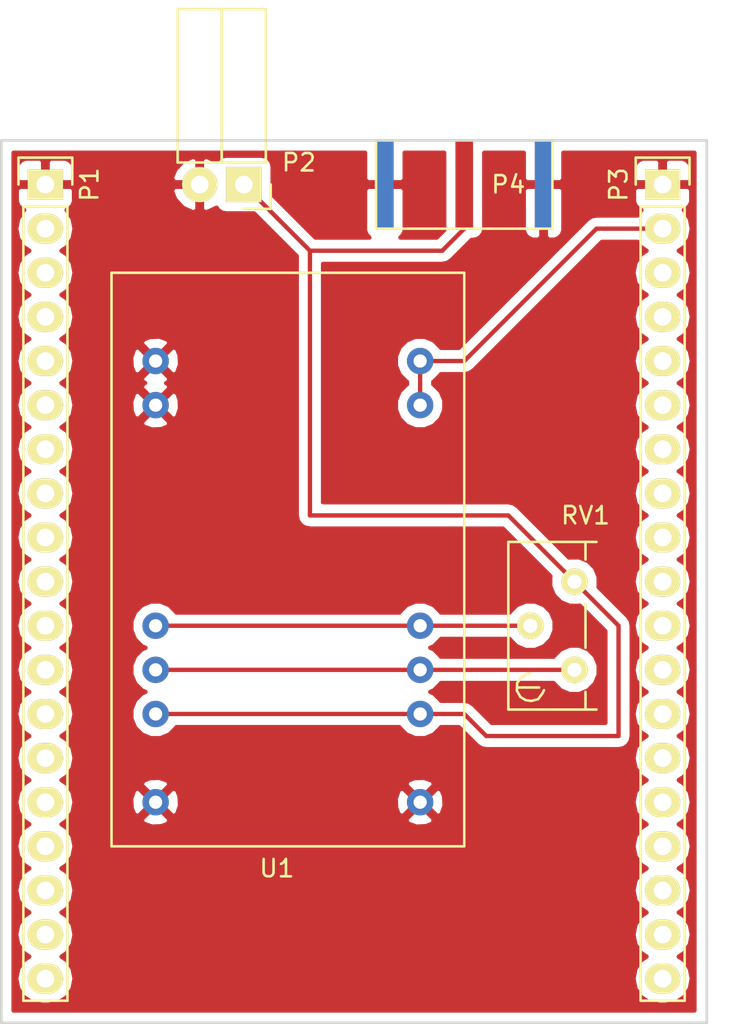
<source format=kicad_pcb>
(kicad_pcb (version 4) (host pcbnew 4.0.3+e1-6302~38~ubuntu16.04.1-stable)

  (general
    (links 20)
    (no_connects 2)
    (area 55.804999 37.434999 100.155 96.595001)
    (thickness 1.6)
    (drawings 5)
    (tracks 22)
    (zones 0)
    (modules 6)
    (nets 41)
  )

  (page A4)
  (layers
    (0 F.Cu signal)
    (31 B.Cu signal)
    (32 B.Adhes user)
    (33 F.Adhes user)
    (34 B.Paste user)
    (35 F.Paste user)
    (36 B.SilkS user)
    (37 F.SilkS user)
    (38 B.Mask user)
    (39 F.Mask user)
    (40 Dwgs.User user)
    (41 Cmts.User user)
    (42 Eco1.User user)
    (43 Eco2.User user)
    (44 Edge.Cuts user)
    (45 Margin user)
    (46 B.CrtYd user)
    (47 F.CrtYd user)
    (48 B.Fab user)
    (49 F.Fab user)
  )

  (setup
    (last_trace_width 0.25)
    (trace_clearance 0.2)
    (zone_clearance 0.508)
    (zone_45_only no)
    (trace_min 0.2)
    (segment_width 0.2)
    (edge_width 0.15)
    (via_size 0.6)
    (via_drill 0.4)
    (via_min_size 0.4)
    (via_min_drill 0.3)
    (uvia_size 0.3)
    (uvia_drill 0.1)
    (uvias_allowed no)
    (uvia_min_size 0.2)
    (uvia_min_drill 0.1)
    (pcb_text_width 0.3)
    (pcb_text_size 1.5 1.5)
    (mod_edge_width 0.15)
    (mod_text_size 1 1)
    (mod_text_width 0.15)
    (pad_size 1.524 1.524)
    (pad_drill 0.762)
    (pad_to_mask_clearance 0.2)
    (aux_axis_origin 0 0)
    (visible_elements 7FFFFFFF)
    (pcbplotparams
      (layerselection 0x00030_80000001)
      (usegerberextensions false)
      (excludeedgelayer true)
      (linewidth 0.100000)
      (plotframeref false)
      (viasonmask false)
      (mode 1)
      (useauxorigin false)
      (hpglpennumber 1)
      (hpglpenspeed 20)
      (hpglpendiameter 15)
      (hpglpenoverlay 2)
      (psnegative false)
      (psa4output false)
      (plotreference true)
      (plotvalue true)
      (plotinvisibletext false)
      (padsonsilk false)
      (subtractmaskfromsilk false)
      (outputformat 1)
      (mirror false)
      (drillshape 0)
      (scaleselection 1)
      (outputdirectory gerber/))
  )

  (net 0 "")
  (net 1 GND)
  (net 2 "Net-(P1-Pad2)")
  (net 3 "Net-(P1-Pad3)")
  (net 4 "Net-(P1-Pad4)")
  (net 5 "Net-(P1-Pad5)")
  (net 6 "Net-(P1-Pad6)")
  (net 7 "Net-(P1-Pad7)")
  (net 8 "Net-(P1-Pad8)")
  (net 9 "Net-(P1-Pad9)")
  (net 10 "Net-(P1-Pad10)")
  (net 11 "Net-(P1-Pad11)")
  (net 12 "Net-(P1-Pad12)")
  (net 13 "Net-(P1-Pad13)")
  (net 14 "Net-(P1-Pad14)")
  (net 15 "Net-(P1-Pad15)")
  (net 16 "Net-(P1-Pad16)")
  (net 17 "Net-(P1-Pad17)")
  (net 18 "Net-(P1-Pad18)")
  (net 19 "Net-(P1-Pad19)")
  (net 20 "Net-(P2-Pad1)")
  (net 21 "Net-(P3-Pad2)")
  (net 22 "Net-(P3-Pad3)")
  (net 23 "Net-(P3-Pad4)")
  (net 24 "Net-(P3-Pad5)")
  (net 25 "Net-(P3-Pad6)")
  (net 26 "Net-(P3-Pad7)")
  (net 27 "Net-(P3-Pad8)")
  (net 28 "Net-(P3-Pad9)")
  (net 29 "Net-(P3-Pad10)")
  (net 30 "Net-(P3-Pad11)")
  (net 31 "Net-(P3-Pad12)")
  (net 32 "Net-(P3-Pad13)")
  (net 33 "Net-(P3-Pad14)")
  (net 34 "Net-(P3-Pad15)")
  (net 35 "Net-(P3-Pad16)")
  (net 36 "Net-(P3-Pad17)")
  (net 37 "Net-(P3-Pad18)")
  (net 38 "Net-(P3-Pad19)")
  (net 39 "Net-(RV1-Pad2)")
  (net 40 "Net-(RV1-Pad1)")

  (net_class Default "This is the default net class."
    (clearance 0.2)
    (trace_width 0.25)
    (via_dia 0.6)
    (via_drill 0.4)
    (uvia_dia 0.3)
    (uvia_drill 0.1)
    (add_net GND)
    (add_net "Net-(P1-Pad10)")
    (add_net "Net-(P1-Pad11)")
    (add_net "Net-(P1-Pad12)")
    (add_net "Net-(P1-Pad13)")
    (add_net "Net-(P1-Pad14)")
    (add_net "Net-(P1-Pad15)")
    (add_net "Net-(P1-Pad16)")
    (add_net "Net-(P1-Pad17)")
    (add_net "Net-(P1-Pad18)")
    (add_net "Net-(P1-Pad19)")
    (add_net "Net-(P1-Pad2)")
    (add_net "Net-(P1-Pad3)")
    (add_net "Net-(P1-Pad4)")
    (add_net "Net-(P1-Pad5)")
    (add_net "Net-(P1-Pad6)")
    (add_net "Net-(P1-Pad7)")
    (add_net "Net-(P1-Pad8)")
    (add_net "Net-(P1-Pad9)")
    (add_net "Net-(P2-Pad1)")
    (add_net "Net-(P3-Pad10)")
    (add_net "Net-(P3-Pad11)")
    (add_net "Net-(P3-Pad12)")
    (add_net "Net-(P3-Pad13)")
    (add_net "Net-(P3-Pad14)")
    (add_net "Net-(P3-Pad15)")
    (add_net "Net-(P3-Pad16)")
    (add_net "Net-(P3-Pad17)")
    (add_net "Net-(P3-Pad18)")
    (add_net "Net-(P3-Pad19)")
    (add_net "Net-(P3-Pad2)")
    (add_net "Net-(P3-Pad3)")
    (add_net "Net-(P3-Pad4)")
    (add_net "Net-(P3-Pad5)")
    (add_net "Net-(P3-Pad6)")
    (add_net "Net-(P3-Pad7)")
    (add_net "Net-(P3-Pad8)")
    (add_net "Net-(P3-Pad9)")
    (add_net "Net-(RV1-Pad1)")
    (add_net "Net-(RV1-Pad2)")
  )

  (module Socket_Strips:Socket_Strip_Straight_1x19 placed (layer F.Cu) (tedit 57B5686F) (tstamp 57B2E5A6)
    (at 58.42 48.26 270)
    (descr "Through hole socket strip")
    (tags "socket strip")
    (path /57A84D1F)
    (fp_text reference P1 (at 0 -2.54 270) (layer F.SilkS)
      (effects (font (size 1 1) (thickness 0.15)))
    )
    (fp_text value CONN_01X19 (at 0 -3.1 270) (layer F.Fab)
      (effects (font (size 1 1) (thickness 0.15)))
    )
    (fp_line (start -1.75 -1.75) (end -1.75 1.75) (layer F.CrtYd) (width 0.05))
    (fp_line (start 47.5 -1.75) (end 47.5 1.75) (layer F.CrtYd) (width 0.05))
    (fp_line (start -1.75 -1.75) (end 47.5 -1.75) (layer F.CrtYd) (width 0.05))
    (fp_line (start -1.75 1.75) (end 47.5 1.75) (layer F.CrtYd) (width 0.05))
    (fp_line (start 1.27 1.27) (end 46.99 1.27) (layer F.SilkS) (width 0.15))
    (fp_line (start 46.99 1.27) (end 46.99 -1.27) (layer F.SilkS) (width 0.15))
    (fp_line (start 46.99 -1.27) (end 1.27 -1.27) (layer F.SilkS) (width 0.15))
    (fp_line (start -1.55 1.55) (end 0 1.55) (layer F.SilkS) (width 0.15))
    (fp_line (start 1.27 1.27) (end 1.27 -1.27) (layer F.SilkS) (width 0.15))
    (fp_line (start 0 -1.55) (end -1.55 -1.55) (layer F.SilkS) (width 0.15))
    (fp_line (start -1.55 -1.55) (end -1.55 1.55) (layer F.SilkS) (width 0.15))
    (pad 1 thru_hole rect (at 0 0 270) (size 1.7272 2.032) (drill 1.016) (layers *.Cu *.Mask F.SilkS)
      (net 1 GND))
    (pad 2 thru_hole oval (at 2.54 0 270) (size 1.7272 2.032) (drill 1.016) (layers *.Cu *.Mask F.SilkS)
      (net 2 "Net-(P1-Pad2)"))
    (pad 3 thru_hole oval (at 5.08 0 270) (size 1.7272 2.032) (drill 1.016) (layers *.Cu *.Mask F.SilkS)
      (net 3 "Net-(P1-Pad3)"))
    (pad 4 thru_hole oval (at 7.62 0 270) (size 1.7272 2.032) (drill 1.016) (layers *.Cu *.Mask F.SilkS)
      (net 4 "Net-(P1-Pad4)"))
    (pad 5 thru_hole oval (at 10.16 0 270) (size 1.7272 2.032) (drill 1.016) (layers *.Cu *.Mask F.SilkS)
      (net 5 "Net-(P1-Pad5)"))
    (pad 6 thru_hole oval (at 12.7 0 270) (size 1.7272 2.032) (drill 1.016) (layers *.Cu *.Mask F.SilkS)
      (net 6 "Net-(P1-Pad6)"))
    (pad 7 thru_hole oval (at 15.24 0 270) (size 1.7272 2.032) (drill 1.016) (layers *.Cu *.Mask F.SilkS)
      (net 7 "Net-(P1-Pad7)"))
    (pad 8 thru_hole oval (at 17.78 0 270) (size 1.7272 2.032) (drill 1.016) (layers *.Cu *.Mask F.SilkS)
      (net 8 "Net-(P1-Pad8)"))
    (pad 9 thru_hole oval (at 20.32 0 270) (size 1.7272 2.032) (drill 1.016) (layers *.Cu *.Mask F.SilkS)
      (net 9 "Net-(P1-Pad9)"))
    (pad 10 thru_hole oval (at 22.86 0 270) (size 1.7272 2.032) (drill 1.016) (layers *.Cu *.Mask F.SilkS)
      (net 10 "Net-(P1-Pad10)"))
    (pad 11 thru_hole oval (at 25.4 0 270) (size 1.7272 2.032) (drill 1.016) (layers *.Cu *.Mask F.SilkS)
      (net 11 "Net-(P1-Pad11)"))
    (pad 12 thru_hole oval (at 27.94 0 270) (size 1.7272 2.032) (drill 1.016) (layers *.Cu *.Mask F.SilkS)
      (net 12 "Net-(P1-Pad12)"))
    (pad 13 thru_hole oval (at 30.48 0 270) (size 1.7272 2.032) (drill 1.016) (layers *.Cu *.Mask F.SilkS)
      (net 13 "Net-(P1-Pad13)"))
    (pad 14 thru_hole oval (at 33.02 0 270) (size 1.7272 2.032) (drill 1.016) (layers *.Cu *.Mask F.SilkS)
      (net 14 "Net-(P1-Pad14)"))
    (pad 15 thru_hole oval (at 35.56 0 270) (size 1.7272 2.032) (drill 1.016) (layers *.Cu *.Mask F.SilkS)
      (net 15 "Net-(P1-Pad15)"))
    (pad 16 thru_hole oval (at 38.1 0 270) (size 1.7272 2.032) (drill 1.016) (layers *.Cu *.Mask F.SilkS)
      (net 16 "Net-(P1-Pad16)"))
    (pad 17 thru_hole oval (at 40.64 0 270) (size 1.7272 2.032) (drill 1.016) (layers *.Cu *.Mask F.SilkS)
      (net 17 "Net-(P1-Pad17)"))
    (pad 18 thru_hole oval (at 43.18 0 270) (size 1.7272 2.032) (drill 1.016) (layers *.Cu *.Mask F.SilkS)
      (net 18 "Net-(P1-Pad18)"))
    (pad 19 thru_hole oval (at 45.72 0 270) (size 1.7272 2.032) (drill 1.016) (layers *.Cu *.Mask F.SilkS)
      (net 19 "Net-(P1-Pad19)"))
    (model Socket_Strips.3dshapes/Socket_Strip_Straight_1x19.wrl
      (at (xyz 0.9 0 0))
      (scale (xyz 1 1 1))
      (rotate (xyz 0 0 180))
    )
  )

  (module Socket_Strips:Socket_Strip_Angled_1x02 placed (layer F.Cu) (tedit 57B5687B) (tstamp 57B2E5AC)
    (at 69.85 48.26 180)
    (descr "Through hole socket strip")
    (tags "socket strip")
    (path /57A87C25)
    (fp_text reference P2 (at -3.175 1.27 180) (layer F.SilkS)
      (effects (font (size 1 1) (thickness 0.15)))
    )
    (fp_text value CONN_01X02 (at 0 -2.75 180) (layer F.Fab)
      (effects (font (size 1 1) (thickness 0.15)))
    )
    (fp_line (start -1.75 -1.5) (end -1.75 10.6) (layer F.CrtYd) (width 0.05))
    (fp_line (start 4.3 -1.5) (end 4.3 10.6) (layer F.CrtYd) (width 0.05))
    (fp_line (start -1.75 -1.5) (end 4.3 -1.5) (layer F.CrtYd) (width 0.05))
    (fp_line (start -1.75 10.6) (end 4.3 10.6) (layer F.CrtYd) (width 0.05))
    (fp_line (start 3.81 10.1) (end 3.81 1.27) (layer F.SilkS) (width 0.15))
    (fp_line (start 1.27 10.1) (end 3.81 10.1) (layer F.SilkS) (width 0.15))
    (fp_line (start 1.27 1.27) (end 1.27 10.1) (layer F.SilkS) (width 0.15))
    (fp_line (start 1.27 1.27) (end 3.81 1.27) (layer F.SilkS) (width 0.15))
    (fp_line (start -1.27 1.27) (end 1.27 1.27) (layer F.SilkS) (width 0.15))
    (fp_line (start 0 -1.4) (end -1.55 -1.4) (layer F.SilkS) (width 0.15))
    (fp_line (start -1.55 -1.4) (end -1.55 0) (layer F.SilkS) (width 0.15))
    (fp_line (start -1.27 1.27) (end -1.27 10.1) (layer F.SilkS) (width 0.15))
    (fp_line (start -1.27 10.1) (end 1.27 10.1) (layer F.SilkS) (width 0.15))
    (fp_line (start 1.27 10.1) (end 1.27 1.27) (layer F.SilkS) (width 0.15))
    (pad 1 thru_hole rect (at 0 0 180) (size 2.032 2.032) (drill 1.016) (layers *.Cu *.Mask F.SilkS)
      (net 20 "Net-(P2-Pad1)"))
    (pad 2 thru_hole oval (at 2.54 0 180) (size 2.032 2.032) (drill 1.016) (layers *.Cu *.Mask F.SilkS)
      (net 1 GND))
    (model Socket_Strips.3dshapes/Socket_Strip_Angled_1x02.wrl
      (at (xyz 0.05 0 0))
      (scale (xyz 1 1 1))
      (rotate (xyz 0 0 180))
    )
  )

  (module Socket_Strips:Socket_Strip_Straight_1x19 placed (layer F.Cu) (tedit 57B56873) (tstamp 57B2E5C3)
    (at 93.98 48.26 270)
    (descr "Through hole socket strip")
    (tags "socket strip")
    (path /57A84F58)
    (fp_text reference P3 (at 0 2.54 270) (layer F.SilkS)
      (effects (font (size 1 1) (thickness 0.15)))
    )
    (fp_text value CONN_01X19 (at 0 -3.1 270) (layer F.Fab)
      (effects (font (size 1 1) (thickness 0.15)))
    )
    (fp_line (start -1.75 -1.75) (end -1.75 1.75) (layer F.CrtYd) (width 0.05))
    (fp_line (start 47.5 -1.75) (end 47.5 1.75) (layer F.CrtYd) (width 0.05))
    (fp_line (start -1.75 -1.75) (end 47.5 -1.75) (layer F.CrtYd) (width 0.05))
    (fp_line (start -1.75 1.75) (end 47.5 1.75) (layer F.CrtYd) (width 0.05))
    (fp_line (start 1.27 1.27) (end 46.99 1.27) (layer F.SilkS) (width 0.15))
    (fp_line (start 46.99 1.27) (end 46.99 -1.27) (layer F.SilkS) (width 0.15))
    (fp_line (start 46.99 -1.27) (end 1.27 -1.27) (layer F.SilkS) (width 0.15))
    (fp_line (start -1.55 1.55) (end 0 1.55) (layer F.SilkS) (width 0.15))
    (fp_line (start 1.27 1.27) (end 1.27 -1.27) (layer F.SilkS) (width 0.15))
    (fp_line (start 0 -1.55) (end -1.55 -1.55) (layer F.SilkS) (width 0.15))
    (fp_line (start -1.55 -1.55) (end -1.55 1.55) (layer F.SilkS) (width 0.15))
    (pad 1 thru_hole rect (at 0 0 270) (size 1.7272 2.032) (drill 1.016) (layers *.Cu *.Mask F.SilkS)
      (net 1 GND))
    (pad 2 thru_hole oval (at 2.54 0 270) (size 1.7272 2.032) (drill 1.016) (layers *.Cu *.Mask F.SilkS)
      (net 21 "Net-(P3-Pad2)"))
    (pad 3 thru_hole oval (at 5.08 0 270) (size 1.7272 2.032) (drill 1.016) (layers *.Cu *.Mask F.SilkS)
      (net 22 "Net-(P3-Pad3)"))
    (pad 4 thru_hole oval (at 7.62 0 270) (size 1.7272 2.032) (drill 1.016) (layers *.Cu *.Mask F.SilkS)
      (net 23 "Net-(P3-Pad4)"))
    (pad 5 thru_hole oval (at 10.16 0 270) (size 1.7272 2.032) (drill 1.016) (layers *.Cu *.Mask F.SilkS)
      (net 24 "Net-(P3-Pad5)"))
    (pad 6 thru_hole oval (at 12.7 0 270) (size 1.7272 2.032) (drill 1.016) (layers *.Cu *.Mask F.SilkS)
      (net 25 "Net-(P3-Pad6)"))
    (pad 7 thru_hole oval (at 15.24 0 270) (size 1.7272 2.032) (drill 1.016) (layers *.Cu *.Mask F.SilkS)
      (net 26 "Net-(P3-Pad7)"))
    (pad 8 thru_hole oval (at 17.78 0 270) (size 1.7272 2.032) (drill 1.016) (layers *.Cu *.Mask F.SilkS)
      (net 27 "Net-(P3-Pad8)"))
    (pad 9 thru_hole oval (at 20.32 0 270) (size 1.7272 2.032) (drill 1.016) (layers *.Cu *.Mask F.SilkS)
      (net 28 "Net-(P3-Pad9)"))
    (pad 10 thru_hole oval (at 22.86 0 270) (size 1.7272 2.032) (drill 1.016) (layers *.Cu *.Mask F.SilkS)
      (net 29 "Net-(P3-Pad10)"))
    (pad 11 thru_hole oval (at 25.4 0 270) (size 1.7272 2.032) (drill 1.016) (layers *.Cu *.Mask F.SilkS)
      (net 30 "Net-(P3-Pad11)"))
    (pad 12 thru_hole oval (at 27.94 0 270) (size 1.7272 2.032) (drill 1.016) (layers *.Cu *.Mask F.SilkS)
      (net 31 "Net-(P3-Pad12)"))
    (pad 13 thru_hole oval (at 30.48 0 270) (size 1.7272 2.032) (drill 1.016) (layers *.Cu *.Mask F.SilkS)
      (net 32 "Net-(P3-Pad13)"))
    (pad 14 thru_hole oval (at 33.02 0 270) (size 1.7272 2.032) (drill 1.016) (layers *.Cu *.Mask F.SilkS)
      (net 33 "Net-(P3-Pad14)"))
    (pad 15 thru_hole oval (at 35.56 0 270) (size 1.7272 2.032) (drill 1.016) (layers *.Cu *.Mask F.SilkS)
      (net 34 "Net-(P3-Pad15)"))
    (pad 16 thru_hole oval (at 38.1 0 270) (size 1.7272 2.032) (drill 1.016) (layers *.Cu *.Mask F.SilkS)
      (net 35 "Net-(P3-Pad16)"))
    (pad 17 thru_hole oval (at 40.64 0 270) (size 1.7272 2.032) (drill 1.016) (layers *.Cu *.Mask F.SilkS)
      (net 36 "Net-(P3-Pad17)"))
    (pad 18 thru_hole oval (at 43.18 0 270) (size 1.7272 2.032) (drill 1.016) (layers *.Cu *.Mask F.SilkS)
      (net 37 "Net-(P3-Pad18)"))
    (pad 19 thru_hole oval (at 45.72 0 270) (size 1.7272 2.032) (drill 1.016) (layers *.Cu *.Mask F.SilkS)
      (net 38 "Net-(P3-Pad19)"))
    (model Socket_Strips.3dshapes/Socket_Strip_Straight_1x19.wrl
      (at (xyz 0.9 0 0))
      (scale (xyz 1 1 1))
      (rotate (xyz 0 0 180))
    )
  )

  (module Potentiometers:Potentiometer_Bourns_3296Y_3-8Zoll_Angular_ScrewUp placed (layer F.Cu) (tedit 57B56887) (tstamp 57B2E5D2)
    (at 88.9 76.2)
    (descr "3296, 3/8, Square, Trimpot, Trimming, Potentiometer, Bourns")
    (tags "3296, 3/8, Square, Trimpot, Trimming, Potentiometer, Bourns")
    (path /57A30924)
    (fp_text reference RV1 (at 0.635 -8.89) (layer F.SilkS)
      (effects (font (size 1 1) (thickness 0.15)))
    )
    (fp_text value POT (at 0 5.08) (layer F.Fab)
      (effects (font (size 1 1) (thickness 0.15)))
    )
    (fp_line (start 0.635 1.27) (end 0.635 2.286) (layer F.SilkS) (width 0.15))
    (fp_line (start 0.635 -3.81) (end 0.635 -1.27) (layer F.SilkS) (width 0.15))
    (fp_line (start 0.635 -7.366) (end 0.635 -6.35) (layer F.SilkS) (width 0.15))
    (fp_line (start -3.302 1.016) (end -2.032 1.016) (layer F.SilkS) (width 0.15))
    (fp_line (start -2.5527 0.2286) (end -2.8067 0.2667) (layer F.SilkS) (width 0.15))
    (fp_line (start -2.8067 0.2667) (end -3.0861 0.4445) (layer F.SilkS) (width 0.15))
    (fp_line (start -3.0861 0.4445) (end -3.302 0.762) (layer F.SilkS) (width 0.15))
    (fp_line (start -3.302 0.762) (end -3.3147 1.2065) (layer F.SilkS) (width 0.15))
    (fp_line (start -3.3147 1.2065) (end -3.1115 1.5621) (layer F.SilkS) (width 0.15))
    (fp_line (start -3.1115 1.5621) (end -2.8194 1.7399) (layer F.SilkS) (width 0.15))
    (fp_line (start -2.8194 1.7399) (end -2.5019 1.7907) (layer F.SilkS) (width 0.15))
    (fp_line (start -2.5019 1.7907) (end -2.0955 1.6891) (layer F.SilkS) (width 0.15))
    (fp_line (start -2.0955 1.6891) (end -1.8415 1.3462) (layer F.SilkS) (width 0.15))
    (fp_line (start -1.8415 1.3462) (end -1.7526 1.1684) (layer F.SilkS) (width 0.15))
    (fp_line (start -2.54 2.286) (end -3.81 2.286) (layer F.SilkS) (width 0.15))
    (fp_line (start -3.81 2.286) (end -3.81 -7.366) (layer F.SilkS) (width 0.15))
    (fp_line (start -3.81 -7.366) (end 1.27 -7.366) (layer F.SilkS) (width 0.15))
    (fp_line (start 1.27 2.286) (end -1.27 2.286) (layer F.SilkS) (width 0.15))
    (fp_line (start -1.27 2.286) (end -2.54 2.286) (layer F.SilkS) (width 0.15))
    (pad 2 thru_hole circle (at -2.54 -2.54) (size 1.524 1.524) (drill 0.8128) (layers *.Cu *.Mask F.SilkS)
      (net 39 "Net-(RV1-Pad2)"))
    (pad 3 thru_hole circle (at 0 -5.08) (size 1.524 1.524) (drill 0.8128) (layers *.Cu *.Mask F.SilkS)
      (net 20 "Net-(P2-Pad1)"))
    (pad 1 thru_hole circle (at 0 0) (size 1.524 1.524) (drill 0.8128) (layers *.Cu *.Mask F.SilkS)
      (net 40 "Net-(RV1-Pad1)"))
    (model Potentiometers.3dshapes/Potentiometer_Bourns_3296Y_3-8Zoll_Angular_ScrewUp.wrl
      (at (xyz 0 0 0))
      (scale (xyz 1 1 1))
      (rotate (xyz 0 0 0))
    )
  )

  (module echopen:RECOM (layer F.Cu) (tedit 57B56881) (tstamp 57B2E5E2)
    (at 72.39 68.58)
    (path /57A30696)
    (fp_text reference U1 (at -0.635 19.05) (layer F.SilkS)
      (effects (font (size 1 1) (thickness 0.15)))
    )
    (fp_text value R05-100B (at 0 -0.5) (layer F.Fab)
      (effects (font (size 1 1) (thickness 0.15)))
    )
    (fp_line (start -10.16 -15.24) (end 10.16 -15.24) (layer F.SilkS) (width 0.15))
    (fp_line (start 10.16 -15.24) (end 10.16 17.78) (layer F.SilkS) (width 0.15))
    (fp_line (start 10.16 17.78) (end -10.16 17.78) (layer F.SilkS) (width 0.15))
    (fp_line (start -10.16 17.78) (end -10.16 -15.24) (layer F.SilkS) (width 0.15))
    (pad 2 thru_hole circle (at -7.62 -10.16) (size 1.524 1.524) (drill 0.762) (layers *.Cu *.Mask)
      (net 1 GND))
    (pad 3 thru_hole circle (at -7.62 -7.62) (size 1.524 1.524) (drill 0.762) (layers *.Cu *.Mask)
      (net 1 GND))
    (pad 8 thru_hole circle (at -7.62 5.08) (size 1.524 1.524) (drill 0.762) (layers *.Cu *.Mask)
      (net 39 "Net-(RV1-Pad2)"))
    (pad 9 thru_hole circle (at -7.62 7.62) (size 1.524 1.524) (drill 0.762) (layers *.Cu *.Mask)
      (net 40 "Net-(RV1-Pad1)"))
    (pad 10 thru_hole circle (at -7.62 10.16) (size 1.524 1.524) (drill 0.762) (layers *.Cu *.Mask)
      (net 20 "Net-(P2-Pad1)"))
    (pad 12 thru_hole circle (at -7.62 15.24) (size 1.524 1.524) (drill 0.762) (layers *.Cu *.Mask)
      (net 1 GND))
    (pad 13 thru_hole circle (at 7.62 15.24) (size 1.524 1.524) (drill 0.762) (layers *.Cu *.Mask)
      (net 1 GND))
    (pad 15 thru_hole circle (at 7.62 10.16) (size 1.524 1.524) (drill 0.762) (layers *.Cu *.Mask)
      (net 20 "Net-(P2-Pad1)"))
    (pad 16 thru_hole circle (at 7.62 7.62) (size 1.524 1.524) (drill 0.762) (layers *.Cu *.Mask)
      (net 40 "Net-(RV1-Pad1)"))
    (pad 17 thru_hole circle (at 7.62 5.08) (size 1.524 1.524) (drill 0.762) (layers *.Cu *.Mask)
      (net 39 "Net-(RV1-Pad2)"))
    (pad 22 thru_hole circle (at 7.62 -7.62) (size 1.524 1.524) (drill 0.762) (layers *.Cu *.Mask)
      (net 21 "Net-(P3-Pad2)"))
    (pad 23 thru_hole circle (at 7.62 -10.16) (size 1.524 1.524) (drill 0.762) (layers *.Cu *.Mask)
      (net 21 "Net-(P3-Pad2)"))
  )

  (module echopen:SMA (layer F.Cu) (tedit 57B2F112) (tstamp 57B2E5CB)
    (at 82.55 48.26)
    (path /57A87B90)
    (fp_text reference P4 (at 2.54 0) (layer F.SilkS)
      (effects (font (size 1 1) (thickness 0.15)))
    )
    (fp_text value SMA (at -2.54 0) (layer F.Fab)
      (effects (font (size 1 1) (thickness 0.15)))
    )
    (fp_line (start -5.08 -2.54) (end 5.08 -2.54) (layer F.SilkS) (width 0.15))
    (fp_line (start 5.08 -2.54) (end 5.08 2.54) (layer F.SilkS) (width 0.15))
    (fp_line (start 5.08 2.54) (end -5.08 2.54) (layer F.SilkS) (width 0.15))
    (fp_line (start -5.08 2.54) (end -5.08 -2.54) (layer F.SilkS) (width 0.15))
    (pad 2 smd rect (at -5.08 0) (size 1.016 5.08) (drill (offset 0.508 0)) (layers F.Cu F.Paste F.Mask)
      (net 1 GND))
    (pad 2 smd rect (at 5.08 0) (size 1.016 5.08) (drill (offset -0.508 0)) (layers F.Cu F.Paste F.Mask)
      (net 1 GND))
    (pad 1 smd rect (at 0 0) (size 1.016 5.08) (layers F.Cu F.Paste F.Mask)
      (net 20 "Net-(P2-Pad1)"))
    (pad 2 smd rect (at 5.08 0) (size 1.016 5.08) (drill (offset -0.508 0)) (layers B.Cu B.Paste B.Mask)
      (net 1 GND))
    (pad 2 smd rect (at -5.08 0) (size 1.016 5.08) (drill (offset 0.508 0)) (layers B.Cu B.Paste B.Mask)
      (net 1 GND))
  )

  (gr_line (start 96.52 45.72) (end 55.88 45.72) (angle 90) (layer Edge.Cuts) (width 0.15))
  (gr_line (start 96.52 96.52) (end 96.52 45.72) (angle 90) (layer Edge.Cuts) (width 0.15))
  (gr_line (start 55.88 96.52) (end 96.52 96.52) (angle 90) (layer Edge.Cuts) (width 0.15))
  (gr_line (start 55.88 46.99) (end 55.88 96.52) (angle 90) (layer Edge.Cuts) (width 0.15))
  (gr_line (start 55.88 46.99) (end 55.88 45.72) (angle 90) (layer Edge.Cuts) (width 0.15))

  (segment (start 73.66 52.07) (end 81.28 52.07) (width 0.25) (layer F.Cu) (net 20))
  (segment (start 81.28 52.07) (end 82.55 50.8) (width 0.25) (layer F.Cu) (net 20) (tstamp 57B2F37E))
  (segment (start 82.55 50.8) (end 82.55 48.26) (width 0.25) (layer F.Cu) (net 20) (tstamp 57B2F383))
  (segment (start 73.66 53.34) (end 73.66 52.07) (width 0.25) (layer F.Cu) (net 20))
  (segment (start 85.09 67.31) (end 73.66 67.31) (width 0.25) (layer F.Cu) (net 20) (tstamp 57B2F368))
  (segment (start 73.66 67.31) (end 73.66 53.34) (width 0.25) (layer F.Cu) (net 20) (tstamp 57B2F36C))
  (segment (start 88.9 71.12) (end 85.09 67.31) (width 0.25) (layer F.Cu) (net 20))
  (segment (start 73.66 52.07) (end 69.85 48.26) (width 0.25) (layer F.Cu) (net 20) (tstamp 57B2F379))
  (segment (start 88.9 71.12) (end 91.44 73.66) (width 0.25) (layer F.Cu) (net 20))
  (segment (start 82.55 78.74) (end 80.01 78.74) (width 0.25) (layer F.Cu) (net 20) (tstamp 57B2F35E))
  (segment (start 83.82 80.01) (end 82.55 78.74) (width 0.25) (layer F.Cu) (net 20) (tstamp 57B2F35D))
  (segment (start 91.44 80.01) (end 83.82 80.01) (width 0.25) (layer F.Cu) (net 20) (tstamp 57B2F35C))
  (segment (start 91.44 73.66) (end 91.44 80.01) (width 0.25) (layer F.Cu) (net 20) (tstamp 57B2F35B))
  (segment (start 64.77 78.74) (end 80.01 78.74) (width 0.25) (layer F.Cu) (net 20))
  (segment (start 80.01 58.42) (end 82.55 58.42) (width 0.25) (layer F.Cu) (net 21))
  (segment (start 90.17 50.8) (end 93.98 50.8) (width 0.25) (layer F.Cu) (net 21) (tstamp 57B2F341))
  (segment (start 82.55 58.42) (end 90.17 50.8) (width 0.25) (layer F.Cu) (net 21) (tstamp 57B2F33F))
  (segment (start 80.01 60.96) (end 80.01 58.42) (width 0.25) (layer F.Cu) (net 21))
  (segment (start 80.01 73.66) (end 86.36 73.66) (width 0.25) (layer F.Cu) (net 39))
  (segment (start 64.77 73.66) (end 80.01 73.66) (width 0.25) (layer F.Cu) (net 39))
  (segment (start 80.01 76.2) (end 88.9 76.2) (width 0.25) (layer F.Cu) (net 40))
  (segment (start 64.77 76.2) (end 80.01 76.2) (width 0.25) (layer F.Cu) (net 40))

  (zone (net 1) (net_name GND) (layer F.Cu) (tstamp 57B2F33B) (hatch edge 0.508)
    (connect_pads (clearance 0.508))
    (min_thickness 0.254)
    (fill yes (arc_segments 16) (thermal_gap 0.508) (thermal_bridge_width 0.508))
    (polygon
      (pts
        (xy 96.52 96.52) (xy 55.88 96.52) (xy 55.88 45.72) (xy 96.52 45.72)
      )
    )
    (filled_polygon
      (pts
        (xy 76.835 47.97425) (xy 76.99375 48.133) (xy 77.851 48.133) (xy 77.851 48.113) (xy 78.105 48.113)
        (xy 78.105 48.133) (xy 78.96225 48.133) (xy 79.121 47.97425) (xy 79.121 46.43) (xy 81.39456 46.43)
        (xy 81.39456 50.8) (xy 81.40733 50.867868) (xy 80.965198 51.31) (xy 78.874025 51.31) (xy 79.024327 51.159699)
        (xy 79.121 50.92631) (xy 79.121 48.54575) (xy 78.96225 48.387) (xy 78.105 48.387) (xy 78.105 48.407)
        (xy 77.851 48.407) (xy 77.851 48.387) (xy 76.99375 48.387) (xy 76.835 48.54575) (xy 76.835 50.92631)
        (xy 76.931673 51.159699) (xy 77.081975 51.31) (xy 73.974802 51.31) (xy 71.51344 48.848638) (xy 71.51344 47.244)
        (xy 71.469162 47.008683) (xy 71.33009 46.792559) (xy 71.11789 46.647569) (xy 70.866 46.59656) (xy 68.834 46.59656)
        (xy 68.598683 46.640838) (xy 68.382559 46.77991) (xy 68.282144 46.926872) (xy 68.278379 46.922812) (xy 67.692946 46.654017)
        (xy 67.437 46.772633) (xy 67.437 48.133) (xy 67.457 48.133) (xy 67.457 48.387) (xy 67.437 48.387)
        (xy 67.437 49.747367) (xy 67.692946 49.865983) (xy 68.278379 49.597188) (xy 68.282934 49.592276) (xy 68.36991 49.727441)
        (xy 68.58211 49.872431) (xy 68.834 49.92344) (xy 70.438638 49.92344) (xy 72.9 52.384802) (xy 72.9 67.31)
        (xy 72.957852 67.600839) (xy 73.122599 67.847401) (xy 73.369161 68.012148) (xy 73.66 68.07) (xy 84.775198 68.07)
        (xy 87.515817 70.810619) (xy 87.503243 70.8409) (xy 87.502758 71.396661) (xy 87.71499 71.910303) (xy 88.10763 72.303629)
        (xy 88.6209 72.516757) (xy 89.176661 72.517242) (xy 89.209055 72.503857) (xy 90.68 73.974802) (xy 90.68 79.25)
        (xy 84.134802 79.25) (xy 83.087401 78.202599) (xy 82.840839 78.037852) (xy 82.55 77.98) (xy 81.207531 77.98)
        (xy 81.19501 77.949697) (xy 80.80237 77.556371) (xy 80.594488 77.470051) (xy 80.800303 77.38501) (xy 81.193629 76.99237)
        (xy 81.20707 76.96) (xy 87.702469 76.96) (xy 87.71499 76.990303) (xy 88.10763 77.383629) (xy 88.6209 77.596757)
        (xy 89.176661 77.597242) (xy 89.690303 77.38501) (xy 90.083629 76.99237) (xy 90.296757 76.4791) (xy 90.297242 75.923339)
        (xy 90.08501 75.409697) (xy 89.69237 75.016371) (xy 89.1791 74.803243) (xy 88.623339 74.802758) (xy 88.109697 75.01499)
        (xy 87.716371 75.40763) (xy 87.70293 75.44) (xy 81.207531 75.44) (xy 81.19501 75.409697) (xy 80.80237 75.016371)
        (xy 80.594488 74.930051) (xy 80.800303 74.84501) (xy 81.193629 74.45237) (xy 81.20707 74.42) (xy 85.162469 74.42)
        (xy 85.17499 74.450303) (xy 85.56763 74.843629) (xy 86.0809 75.056757) (xy 86.636661 75.057242) (xy 87.150303 74.84501)
        (xy 87.543629 74.45237) (xy 87.756757 73.9391) (xy 87.757242 73.383339) (xy 87.54501 72.869697) (xy 87.15237 72.476371)
        (xy 86.6391 72.263243) (xy 86.083339 72.262758) (xy 85.569697 72.47499) (xy 85.176371 72.86763) (xy 85.16293 72.9)
        (xy 81.207531 72.9) (xy 81.19501 72.869697) (xy 80.80237 72.476371) (xy 80.2891 72.263243) (xy 79.733339 72.262758)
        (xy 79.219697 72.47499) (xy 78.826371 72.86763) (xy 78.81293 72.9) (xy 65.967531 72.9) (xy 65.95501 72.869697)
        (xy 65.56237 72.476371) (xy 65.0491 72.263243) (xy 64.493339 72.262758) (xy 63.979697 72.47499) (xy 63.586371 72.86763)
        (xy 63.373243 73.3809) (xy 63.372758 73.936661) (xy 63.58499 74.450303) (xy 63.97763 74.843629) (xy 64.185512 74.929949)
        (xy 63.979697 75.01499) (xy 63.586371 75.40763) (xy 63.373243 75.9209) (xy 63.372758 76.476661) (xy 63.58499 76.990303)
        (xy 63.97763 77.383629) (xy 64.185512 77.469949) (xy 63.979697 77.55499) (xy 63.586371 77.94763) (xy 63.373243 78.4609)
        (xy 63.372758 79.016661) (xy 63.58499 79.530303) (xy 63.97763 79.923629) (xy 64.4909 80.136757) (xy 65.046661 80.137242)
        (xy 65.560303 79.92501) (xy 65.953629 79.53237) (xy 65.96707 79.5) (xy 78.812469 79.5) (xy 78.82499 79.530303)
        (xy 79.21763 79.923629) (xy 79.7309 80.136757) (xy 80.286661 80.137242) (xy 80.800303 79.92501) (xy 81.193629 79.53237)
        (xy 81.20707 79.5) (xy 82.235198 79.5) (xy 83.282599 80.547401) (xy 83.52916 80.712148) (xy 83.82 80.77)
        (xy 91.44 80.77) (xy 91.730839 80.712148) (xy 91.977401 80.547401) (xy 92.142148 80.300839) (xy 92.2 80.01)
        (xy 92.2 73.66) (xy 92.142148 73.369161) (xy 92.142148 73.36916) (xy 91.977401 73.122599) (xy 90.284183 71.429381)
        (xy 90.296757 71.3991) (xy 90.297242 70.843339) (xy 90.08501 70.329697) (xy 89.69237 69.936371) (xy 89.1791 69.723243)
        (xy 88.623339 69.722758) (xy 88.590945 69.736143) (xy 85.627401 66.772599) (xy 85.380839 66.607852) (xy 85.09 66.55)
        (xy 74.42 66.55) (xy 74.42 58.696661) (xy 78.612758 58.696661) (xy 78.82499 59.210303) (xy 79.21763 59.603629)
        (xy 79.25 59.61707) (xy 79.25 59.762469) (xy 79.219697 59.77499) (xy 78.826371 60.16763) (xy 78.613243 60.6809)
        (xy 78.612758 61.236661) (xy 78.82499 61.750303) (xy 79.21763 62.143629) (xy 79.7309 62.356757) (xy 80.286661 62.357242)
        (xy 80.800303 62.14501) (xy 81.193629 61.75237) (xy 81.406757 61.2391) (xy 81.407242 60.683339) (xy 81.19501 60.169697)
        (xy 80.80237 59.776371) (xy 80.77 59.76293) (xy 80.77 59.617531) (xy 80.800303 59.60501) (xy 81.193629 59.21237)
        (xy 81.20707 59.18) (xy 82.55 59.18) (xy 82.840839 59.122148) (xy 83.087401 58.957401) (xy 90.484802 51.56)
        (xy 92.535352 51.56) (xy 92.735585 51.85967) (xy 93.050366 52.07) (xy 92.735585 52.28033) (xy 92.410729 52.766511)
        (xy 92.296655 53.34) (xy 92.410729 53.913489) (xy 92.735585 54.39967) (xy 93.050366 54.61) (xy 92.735585 54.82033)
        (xy 92.410729 55.306511) (xy 92.296655 55.88) (xy 92.410729 56.453489) (xy 92.735585 56.93967) (xy 93.050366 57.15)
        (xy 92.735585 57.36033) (xy 92.410729 57.846511) (xy 92.296655 58.42) (xy 92.410729 58.993489) (xy 92.735585 59.47967)
        (xy 93.050366 59.69) (xy 92.735585 59.90033) (xy 92.410729 60.386511) (xy 92.296655 60.96) (xy 92.410729 61.533489)
        (xy 92.735585 62.01967) (xy 93.050366 62.23) (xy 92.735585 62.44033) (xy 92.410729 62.926511) (xy 92.296655 63.5)
        (xy 92.410729 64.073489) (xy 92.735585 64.55967) (xy 93.050366 64.77) (xy 92.735585 64.98033) (xy 92.410729 65.466511)
        (xy 92.296655 66.04) (xy 92.410729 66.613489) (xy 92.735585 67.09967) (xy 93.050366 67.31) (xy 92.735585 67.52033)
        (xy 92.410729 68.006511) (xy 92.296655 68.58) (xy 92.410729 69.153489) (xy 92.735585 69.63967) (xy 93.050366 69.85)
        (xy 92.735585 70.06033) (xy 92.410729 70.546511) (xy 92.296655 71.12) (xy 92.410729 71.693489) (xy 92.735585 72.17967)
        (xy 93.050366 72.39) (xy 92.735585 72.60033) (xy 92.410729 73.086511) (xy 92.296655 73.66) (xy 92.410729 74.233489)
        (xy 92.735585 74.71967) (xy 93.050366 74.93) (xy 92.735585 75.14033) (xy 92.410729 75.626511) (xy 92.296655 76.2)
        (xy 92.410729 76.773489) (xy 92.735585 77.25967) (xy 93.050366 77.47) (xy 92.735585 77.68033) (xy 92.410729 78.166511)
        (xy 92.296655 78.74) (xy 92.410729 79.313489) (xy 92.735585 79.79967) (xy 93.050366 80.01) (xy 92.735585 80.22033)
        (xy 92.410729 80.706511) (xy 92.296655 81.28) (xy 92.410729 81.853489) (xy 92.735585 82.33967) (xy 93.050366 82.55)
        (xy 92.735585 82.76033) (xy 92.410729 83.246511) (xy 92.296655 83.82) (xy 92.410729 84.393489) (xy 92.735585 84.87967)
        (xy 93.050366 85.09) (xy 92.735585 85.30033) (xy 92.410729 85.786511) (xy 92.296655 86.36) (xy 92.410729 86.933489)
        (xy 92.735585 87.41967) (xy 93.050366 87.63) (xy 92.735585 87.84033) (xy 92.410729 88.326511) (xy 92.296655 88.9)
        (xy 92.410729 89.473489) (xy 92.735585 89.95967) (xy 93.050366 90.17) (xy 92.735585 90.38033) (xy 92.410729 90.866511)
        (xy 92.296655 91.44) (xy 92.410729 92.013489) (xy 92.735585 92.49967) (xy 93.050366 92.71) (xy 92.735585 92.92033)
        (xy 92.410729 93.406511) (xy 92.296655 93.98) (xy 92.410729 94.553489) (xy 92.735585 95.03967) (xy 93.221766 95.364526)
        (xy 93.795255 95.4786) (xy 94.164745 95.4786) (xy 94.738234 95.364526) (xy 95.224415 95.03967) (xy 95.549271 94.553489)
        (xy 95.663345 93.98) (xy 95.549271 93.406511) (xy 95.224415 92.92033) (xy 94.909634 92.71) (xy 95.224415 92.49967)
        (xy 95.549271 92.013489) (xy 95.663345 91.44) (xy 95.549271 90.866511) (xy 95.224415 90.38033) (xy 94.909634 90.17)
        (xy 95.224415 89.95967) (xy 95.549271 89.473489) (xy 95.663345 88.9) (xy 95.549271 88.326511) (xy 95.224415 87.84033)
        (xy 94.909634 87.63) (xy 95.224415 87.41967) (xy 95.549271 86.933489) (xy 95.663345 86.36) (xy 95.549271 85.786511)
        (xy 95.224415 85.30033) (xy 94.909634 85.09) (xy 95.224415 84.87967) (xy 95.549271 84.393489) (xy 95.663345 83.82)
        (xy 95.549271 83.246511) (xy 95.224415 82.76033) (xy 94.909634 82.55) (xy 95.224415 82.33967) (xy 95.549271 81.853489)
        (xy 95.663345 81.28) (xy 95.549271 80.706511) (xy 95.224415 80.22033) (xy 94.909634 80.01) (xy 95.224415 79.79967)
        (xy 95.549271 79.313489) (xy 95.663345 78.74) (xy 95.549271 78.166511) (xy 95.224415 77.68033) (xy 94.909634 77.47)
        (xy 95.224415 77.25967) (xy 95.549271 76.773489) (xy 95.663345 76.2) (xy 95.549271 75.626511) (xy 95.224415 75.14033)
        (xy 94.909634 74.93) (xy 95.224415 74.71967) (xy 95.549271 74.233489) (xy 95.663345 73.66) (xy 95.549271 73.086511)
        (xy 95.224415 72.60033) (xy 94.909634 72.39) (xy 95.224415 72.17967) (xy 95.549271 71.693489) (xy 95.663345 71.12)
        (xy 95.549271 70.546511) (xy 95.224415 70.06033) (xy 94.909634 69.85) (xy 95.224415 69.63967) (xy 95.549271 69.153489)
        (xy 95.663345 68.58) (xy 95.549271 68.006511) (xy 95.224415 67.52033) (xy 94.909634 67.31) (xy 95.224415 67.09967)
        (xy 95.549271 66.613489) (xy 95.663345 66.04) (xy 95.549271 65.466511) (xy 95.224415 64.98033) (xy 94.909634 64.77)
        (xy 95.224415 64.55967) (xy 95.549271 64.073489) (xy 95.663345 63.5) (xy 95.549271 62.926511) (xy 95.224415 62.44033)
        (xy 94.909634 62.23) (xy 95.224415 62.01967) (xy 95.549271 61.533489) (xy 95.663345 60.96) (xy 95.549271 60.386511)
        (xy 95.224415 59.90033) (xy 94.909634 59.69) (xy 95.224415 59.47967) (xy 95.549271 58.993489) (xy 95.663345 58.42)
        (xy 95.549271 57.846511) (xy 95.224415 57.36033) (xy 94.909634 57.15) (xy 95.224415 56.93967) (xy 95.549271 56.453489)
        (xy 95.663345 55.88) (xy 95.549271 55.306511) (xy 95.224415 54.82033) (xy 94.909634 54.61) (xy 95.224415 54.39967)
        (xy 95.549271 53.913489) (xy 95.663345 53.34) (xy 95.549271 52.766511) (xy 95.224415 52.28033) (xy 94.909634 52.07)
        (xy 95.224415 51.85967) (xy 95.549271 51.373489) (xy 95.663345 50.8) (xy 95.549271 50.226511) (xy 95.224415 49.74033)
        (xy 95.20222 49.7255) (xy 95.355699 49.661927) (xy 95.534327 49.483298) (xy 95.631 49.249909) (xy 95.631 48.54575)
        (xy 95.47225 48.387) (xy 94.107 48.387) (xy 94.107 48.407) (xy 93.853 48.407) (xy 93.853 48.387)
        (xy 92.48775 48.387) (xy 92.329 48.54575) (xy 92.329 49.249909) (xy 92.425673 49.483298) (xy 92.604301 49.661927)
        (xy 92.75778 49.7255) (xy 92.735585 49.74033) (xy 92.535352 50.04) (xy 90.17 50.04) (xy 89.87916 50.097852)
        (xy 89.632599 50.262599) (xy 82.235198 57.66) (xy 81.207531 57.66) (xy 81.19501 57.629697) (xy 80.80237 57.236371)
        (xy 80.2891 57.023243) (xy 79.733339 57.022758) (xy 79.219697 57.23499) (xy 78.826371 57.62763) (xy 78.613243 58.1409)
        (xy 78.612758 58.696661) (xy 74.42 58.696661) (xy 74.42 52.83) (xy 81.28 52.83) (xy 81.570839 52.772148)
        (xy 81.817401 52.607401) (xy 82.977362 51.44744) (xy 83.058 51.44744) (xy 83.293317 51.403162) (xy 83.509441 51.26409)
        (xy 83.654431 51.05189) (xy 83.70544 50.8) (xy 83.70544 48.54575) (xy 85.979 48.54575) (xy 85.979 50.92631)
        (xy 86.075673 51.159699) (xy 86.254302 51.338327) (xy 86.487691 51.435) (xy 86.83625 51.435) (xy 86.995 51.27625)
        (xy 86.995 48.387) (xy 87.249 48.387) (xy 87.249 51.27625) (xy 87.40775 51.435) (xy 87.756309 51.435)
        (xy 87.989698 51.338327) (xy 88.168327 51.159699) (xy 88.265 50.92631) (xy 88.265 48.54575) (xy 88.10625 48.387)
        (xy 87.249 48.387) (xy 86.995 48.387) (xy 86.13775 48.387) (xy 85.979 48.54575) (xy 83.70544 48.54575)
        (xy 83.70544 46.43) (xy 85.979 46.43) (xy 85.979 47.97425) (xy 86.13775 48.133) (xy 86.995 48.133)
        (xy 86.995 48.113) (xy 87.249 48.113) (xy 87.249 48.133) (xy 88.10625 48.133) (xy 88.265 47.97425)
        (xy 88.265 47.270091) (xy 92.329 47.270091) (xy 92.329 47.97425) (xy 92.48775 48.133) (xy 93.853 48.133)
        (xy 93.853 46.92015) (xy 94.107 46.92015) (xy 94.107 48.133) (xy 95.47225 48.133) (xy 95.631 47.97425)
        (xy 95.631 47.270091) (xy 95.534327 47.036702) (xy 95.355699 46.858073) (xy 95.12231 46.7614) (xy 94.26575 46.7614)
        (xy 94.107 46.92015) (xy 93.853 46.92015) (xy 93.69425 46.7614) (xy 92.83769 46.7614) (xy 92.604301 46.858073)
        (xy 92.425673 47.036702) (xy 92.329 47.270091) (xy 88.265 47.270091) (xy 88.265 46.43) (xy 95.81 46.43)
        (xy 95.81 95.81) (xy 56.59 95.81) (xy 56.59 50.8) (xy 56.736655 50.8) (xy 56.850729 51.373489)
        (xy 57.175585 51.85967) (xy 57.490366 52.07) (xy 57.175585 52.28033) (xy 56.850729 52.766511) (xy 56.736655 53.34)
        (xy 56.850729 53.913489) (xy 57.175585 54.39967) (xy 57.490366 54.61) (xy 57.175585 54.82033) (xy 56.850729 55.306511)
        (xy 56.736655 55.88) (xy 56.850729 56.453489) (xy 57.175585 56.93967) (xy 57.490366 57.15) (xy 57.175585 57.36033)
        (xy 56.850729 57.846511) (xy 56.736655 58.42) (xy 56.850729 58.993489) (xy 57.175585 59.47967) (xy 57.490366 59.69)
        (xy 57.175585 59.90033) (xy 56.850729 60.386511) (xy 56.736655 60.96) (xy 56.850729 61.533489) (xy 57.175585 62.01967)
        (xy 57.490366 62.23) (xy 57.175585 62.44033) (xy 56.850729 62.926511) (xy 56.736655 63.5) (xy 56.850729 64.073489)
        (xy 57.175585 64.55967) (xy 57.490366 64.77) (xy 57.175585 64.98033) (xy 56.850729 65.466511) (xy 56.736655 66.04)
        (xy 56.850729 66.613489) (xy 57.175585 67.09967) (xy 57.490366 67.31) (xy 57.175585 67.52033) (xy 56.850729 68.006511)
        (xy 56.736655 68.58) (xy 56.850729 69.153489) (xy 57.175585 69.63967) (xy 57.490366 69.85) (xy 57.175585 70.06033)
        (xy 56.850729 70.546511) (xy 56.736655 71.12) (xy 56.850729 71.693489) (xy 57.175585 72.17967) (xy 57.490366 72.39)
        (xy 57.175585 72.60033) (xy 56.850729 73.086511) (xy 56.736655 73.66) (xy 56.850729 74.233489) (xy 57.175585 74.71967)
        (xy 57.490366 74.93) (xy 57.175585 75.14033) (xy 56.850729 75.626511) (xy 56.736655 76.2) (xy 56.850729 76.773489)
        (xy 57.175585 77.25967) (xy 57.490366 77.47) (xy 57.175585 77.68033) (xy 56.850729 78.166511) (xy 56.736655 78.74)
        (xy 56.850729 79.313489) (xy 57.175585 79.79967) (xy 57.490366 80.01) (xy 57.175585 80.22033) (xy 56.850729 80.706511)
        (xy 56.736655 81.28) (xy 56.850729 81.853489) (xy 57.175585 82.33967) (xy 57.490366 82.55) (xy 57.175585 82.76033)
        (xy 56.850729 83.246511) (xy 56.736655 83.82) (xy 56.850729 84.393489) (xy 57.175585 84.87967) (xy 57.490366 85.09)
        (xy 57.175585 85.30033) (xy 56.850729 85.786511) (xy 56.736655 86.36) (xy 56.850729 86.933489) (xy 57.175585 87.41967)
        (xy 57.490366 87.63) (xy 57.175585 87.84033) (xy 56.850729 88.326511) (xy 56.736655 88.9) (xy 56.850729 89.473489)
        (xy 57.175585 89.95967) (xy 57.490366 90.17) (xy 57.175585 90.38033) (xy 56.850729 90.866511) (xy 56.736655 91.44)
        (xy 56.850729 92.013489) (xy 57.175585 92.49967) (xy 57.490366 92.71) (xy 57.175585 92.92033) (xy 56.850729 93.406511)
        (xy 56.736655 93.98) (xy 56.850729 94.553489) (xy 57.175585 95.03967) (xy 57.661766 95.364526) (xy 58.235255 95.4786)
        (xy 58.604745 95.4786) (xy 59.178234 95.364526) (xy 59.664415 95.03967) (xy 59.989271 94.553489) (xy 60.103345 93.98)
        (xy 59.989271 93.406511) (xy 59.664415 92.92033) (xy 59.349634 92.71) (xy 59.664415 92.49967) (xy 59.989271 92.013489)
        (xy 60.103345 91.44) (xy 59.989271 90.866511) (xy 59.664415 90.38033) (xy 59.349634 90.17) (xy 59.664415 89.95967)
        (xy 59.989271 89.473489) (xy 60.103345 88.9) (xy 59.989271 88.326511) (xy 59.664415 87.84033) (xy 59.349634 87.63)
        (xy 59.664415 87.41967) (xy 59.989271 86.933489) (xy 60.103345 86.36) (xy 59.989271 85.786511) (xy 59.664415 85.30033)
        (xy 59.349634 85.09) (xy 59.664415 84.87967) (xy 59.717506 84.800213) (xy 63.969392 84.800213) (xy 64.038857 85.042397)
        (xy 64.562302 85.229144) (xy 65.117368 85.201362) (xy 65.501143 85.042397) (xy 65.570608 84.800213) (xy 79.209392 84.800213)
        (xy 79.278857 85.042397) (xy 79.802302 85.229144) (xy 80.357368 85.201362) (xy 80.741143 85.042397) (xy 80.810608 84.800213)
        (xy 80.01 83.999605) (xy 79.209392 84.800213) (xy 65.570608 84.800213) (xy 64.77 83.999605) (xy 63.969392 84.800213)
        (xy 59.717506 84.800213) (xy 59.989271 84.393489) (xy 60.103345 83.82) (xy 60.062032 83.612302) (xy 63.360856 83.612302)
        (xy 63.388638 84.167368) (xy 63.547603 84.551143) (xy 63.789787 84.620608) (xy 64.590395 83.82) (xy 64.949605 83.82)
        (xy 65.750213 84.620608) (xy 65.992397 84.551143) (xy 66.179144 84.027698) (xy 66.158353 83.612302) (xy 78.600856 83.612302)
        (xy 78.628638 84.167368) (xy 78.787603 84.551143) (xy 79.029787 84.620608) (xy 79.830395 83.82) (xy 80.189605 83.82)
        (xy 80.990213 84.620608) (xy 81.232397 84.551143) (xy 81.419144 84.027698) (xy 81.391362 83.472632) (xy 81.232397 83.088857)
        (xy 80.990213 83.019392) (xy 80.189605 83.82) (xy 79.830395 83.82) (xy 79.029787 83.019392) (xy 78.787603 83.088857)
        (xy 78.600856 83.612302) (xy 66.158353 83.612302) (xy 66.151362 83.472632) (xy 65.992397 83.088857) (xy 65.750213 83.019392)
        (xy 64.949605 83.82) (xy 64.590395 83.82) (xy 63.789787 83.019392) (xy 63.547603 83.088857) (xy 63.360856 83.612302)
        (xy 60.062032 83.612302) (xy 59.989271 83.246511) (xy 59.717507 82.839787) (xy 63.969392 82.839787) (xy 64.77 83.640395)
        (xy 65.570608 82.839787) (xy 79.209392 82.839787) (xy 80.01 83.640395) (xy 80.810608 82.839787) (xy 80.741143 82.597603)
        (xy 80.217698 82.410856) (xy 79.662632 82.438638) (xy 79.278857 82.597603) (xy 79.209392 82.839787) (xy 65.570608 82.839787)
        (xy 65.501143 82.597603) (xy 64.977698 82.410856) (xy 64.422632 82.438638) (xy 64.038857 82.597603) (xy 63.969392 82.839787)
        (xy 59.717507 82.839787) (xy 59.664415 82.76033) (xy 59.349634 82.55) (xy 59.664415 82.33967) (xy 59.989271 81.853489)
        (xy 60.103345 81.28) (xy 59.989271 80.706511) (xy 59.664415 80.22033) (xy 59.349634 80.01) (xy 59.664415 79.79967)
        (xy 59.989271 79.313489) (xy 60.103345 78.74) (xy 59.989271 78.166511) (xy 59.664415 77.68033) (xy 59.349634 77.47)
        (xy 59.664415 77.25967) (xy 59.989271 76.773489) (xy 60.103345 76.2) (xy 59.989271 75.626511) (xy 59.664415 75.14033)
        (xy 59.349634 74.93) (xy 59.664415 74.71967) (xy 59.989271 74.233489) (xy 60.103345 73.66) (xy 59.989271 73.086511)
        (xy 59.664415 72.60033) (xy 59.349634 72.39) (xy 59.664415 72.17967) (xy 59.989271 71.693489) (xy 60.103345 71.12)
        (xy 59.989271 70.546511) (xy 59.664415 70.06033) (xy 59.349634 69.85) (xy 59.664415 69.63967) (xy 59.989271 69.153489)
        (xy 60.103345 68.58) (xy 59.989271 68.006511) (xy 59.664415 67.52033) (xy 59.349634 67.31) (xy 59.664415 67.09967)
        (xy 59.989271 66.613489) (xy 60.103345 66.04) (xy 59.989271 65.466511) (xy 59.664415 64.98033) (xy 59.349634 64.77)
        (xy 59.664415 64.55967) (xy 59.989271 64.073489) (xy 60.103345 63.5) (xy 59.989271 62.926511) (xy 59.664415 62.44033)
        (xy 59.349634 62.23) (xy 59.664415 62.01967) (xy 59.717506 61.940213) (xy 63.969392 61.940213) (xy 64.038857 62.182397)
        (xy 64.562302 62.369144) (xy 65.117368 62.341362) (xy 65.501143 62.182397) (xy 65.570608 61.940213) (xy 64.77 61.139605)
        (xy 63.969392 61.940213) (xy 59.717506 61.940213) (xy 59.989271 61.533489) (xy 60.103345 60.96) (xy 60.062032 60.752302)
        (xy 63.360856 60.752302) (xy 63.388638 61.307368) (xy 63.547603 61.691143) (xy 63.789787 61.760608) (xy 64.590395 60.96)
        (xy 64.949605 60.96) (xy 65.750213 61.760608) (xy 65.992397 61.691143) (xy 66.179144 61.167698) (xy 66.151362 60.612632)
        (xy 65.992397 60.228857) (xy 65.750213 60.159392) (xy 64.949605 60.96) (xy 64.590395 60.96) (xy 63.789787 60.159392)
        (xy 63.547603 60.228857) (xy 63.360856 60.752302) (xy 60.062032 60.752302) (xy 59.989271 60.386511) (xy 59.664415 59.90033)
        (xy 59.349634 59.69) (xy 59.664415 59.47967) (xy 59.717506 59.400213) (xy 63.969392 59.400213) (xy 64.038857 59.642397)
        (xy 64.162344 59.686453) (xy 64.038857 59.737603) (xy 63.969392 59.979787) (xy 64.77 60.780395) (xy 65.570608 59.979787)
        (xy 65.501143 59.737603) (xy 65.377656 59.693547) (xy 65.501143 59.642397) (xy 65.570608 59.400213) (xy 64.77 58.599605)
        (xy 63.969392 59.400213) (xy 59.717506 59.400213) (xy 59.989271 58.993489) (xy 60.103345 58.42) (xy 60.062032 58.212302)
        (xy 63.360856 58.212302) (xy 63.388638 58.767368) (xy 63.547603 59.151143) (xy 63.789787 59.220608) (xy 64.590395 58.42)
        (xy 64.949605 58.42) (xy 65.750213 59.220608) (xy 65.992397 59.151143) (xy 66.179144 58.627698) (xy 66.151362 58.072632)
        (xy 65.992397 57.688857) (xy 65.750213 57.619392) (xy 64.949605 58.42) (xy 64.590395 58.42) (xy 63.789787 57.619392)
        (xy 63.547603 57.688857) (xy 63.360856 58.212302) (xy 60.062032 58.212302) (xy 59.989271 57.846511) (xy 59.717507 57.439787)
        (xy 63.969392 57.439787) (xy 64.77 58.240395) (xy 65.570608 57.439787) (xy 65.501143 57.197603) (xy 64.977698 57.010856)
        (xy 64.422632 57.038638) (xy 64.038857 57.197603) (xy 63.969392 57.439787) (xy 59.717507 57.439787) (xy 59.664415 57.36033)
        (xy 59.349634 57.15) (xy 59.664415 56.93967) (xy 59.989271 56.453489) (xy 60.103345 55.88) (xy 59.989271 55.306511)
        (xy 59.664415 54.82033) (xy 59.349634 54.61) (xy 59.664415 54.39967) (xy 59.989271 53.913489) (xy 60.103345 53.34)
        (xy 59.989271 52.766511) (xy 59.664415 52.28033) (xy 59.349634 52.07) (xy 59.664415 51.85967) (xy 59.989271 51.373489)
        (xy 60.103345 50.8) (xy 59.989271 50.226511) (xy 59.664415 49.74033) (xy 59.64222 49.7255) (xy 59.795699 49.661927)
        (xy 59.974327 49.483298) (xy 60.071 49.249909) (xy 60.071 48.642944) (xy 65.704025 48.642944) (xy 65.903615 49.124818)
        (xy 66.341621 49.597188) (xy 66.927054 49.865983) (xy 67.183 49.747367) (xy 67.183 48.387) (xy 65.823164 48.387)
        (xy 65.704025 48.642944) (xy 60.071 48.642944) (xy 60.071 48.54575) (xy 59.91225 48.387) (xy 58.547 48.387)
        (xy 58.547 48.407) (xy 58.293 48.407) (xy 58.293 48.387) (xy 56.92775 48.387) (xy 56.769 48.54575)
        (xy 56.769 49.249909) (xy 56.865673 49.483298) (xy 57.044301 49.661927) (xy 57.19778 49.7255) (xy 57.175585 49.74033)
        (xy 56.850729 50.226511) (xy 56.736655 50.8) (xy 56.59 50.8) (xy 56.59 47.270091) (xy 56.769 47.270091)
        (xy 56.769 47.97425) (xy 56.92775 48.133) (xy 58.293 48.133) (xy 58.293 46.92015) (xy 58.547 46.92015)
        (xy 58.547 48.133) (xy 59.91225 48.133) (xy 60.071 47.97425) (xy 60.071 47.877056) (xy 65.704025 47.877056)
        (xy 65.823164 48.133) (xy 67.183 48.133) (xy 67.183 46.772633) (xy 66.927054 46.654017) (xy 66.341621 46.922812)
        (xy 65.903615 47.395182) (xy 65.704025 47.877056) (xy 60.071 47.877056) (xy 60.071 47.270091) (xy 59.974327 47.036702)
        (xy 59.795699 46.858073) (xy 59.56231 46.7614) (xy 58.70575 46.7614) (xy 58.547 46.92015) (xy 58.293 46.92015)
        (xy 58.13425 46.7614) (xy 57.27769 46.7614) (xy 57.044301 46.858073) (xy 56.865673 47.036702) (xy 56.769 47.270091)
        (xy 56.59 47.270091) (xy 56.59 46.43) (xy 76.835 46.43)
      )
    )
  )
)

</source>
